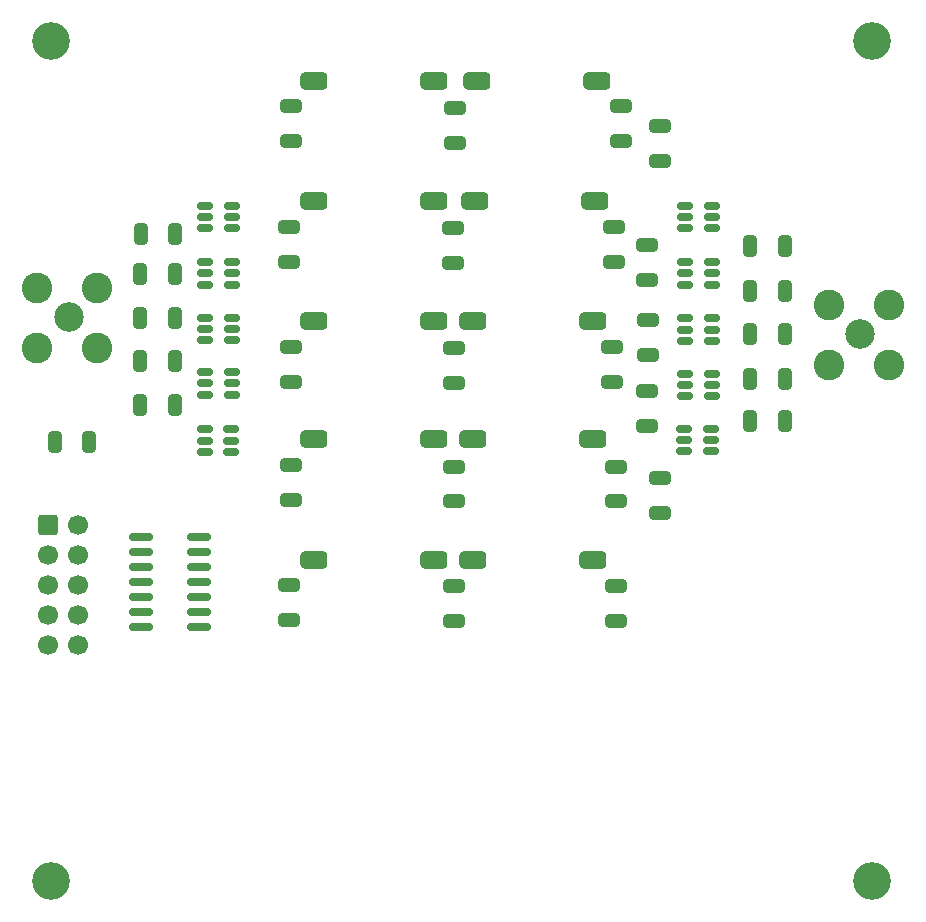
<source format=gts>
G04 #@! TF.GenerationSoftware,KiCad,Pcbnew,8.0.2*
G04 #@! TF.CreationDate,2024-05-05T06:41:10-04:00*
G04 #@! TF.ProjectId,sdt_lpf,7364745f-6c70-4662-9e6b-696361645f70,rev?*
G04 #@! TF.SameCoordinates,PX62de0f0PY8af5bb0*
G04 #@! TF.FileFunction,Soldermask,Top*
G04 #@! TF.FilePolarity,Negative*
%FSLAX46Y46*%
G04 Gerber Fmt 4.6, Leading zero omitted, Abs format (unit mm)*
G04 Created by KiCad (PCBNEW 8.0.2) date 2024-05-05 06:41:10*
%MOMM*%
%LPD*%
G01*
G04 APERTURE LIST*
G04 Aperture macros list*
%AMRoundRect*
0 Rectangle with rounded corners*
0 $1 Rounding radius*
0 $2 $3 $4 $5 $6 $7 $8 $9 X,Y pos of 4 corners*
0 Add a 4 corners polygon primitive as box body*
4,1,4,$2,$3,$4,$5,$6,$7,$8,$9,$2,$3,0*
0 Add four circle primitives for the rounded corners*
1,1,$1+$1,$2,$3*
1,1,$1+$1,$4,$5*
1,1,$1+$1,$6,$7*
1,1,$1+$1,$8,$9*
0 Add four rect primitives between the rounded corners*
20,1,$1+$1,$2,$3,$4,$5,0*
20,1,$1+$1,$4,$5,$6,$7,0*
20,1,$1+$1,$6,$7,$8,$9,0*
20,1,$1+$1,$8,$9,$2,$3,0*%
G04 Aperture macros list end*
%ADD10RoundRect,0.150000X0.512500X0.150000X-0.512500X0.150000X-0.512500X-0.150000X0.512500X-0.150000X0*%
%ADD11RoundRect,0.250000X-0.650000X0.325000X-0.650000X-0.325000X0.650000X-0.325000X0.650000X0.325000X0*%
%ADD12RoundRect,0.150000X-0.512500X-0.150000X0.512500X-0.150000X0.512500X0.150000X-0.512500X0.150000X0*%
%ADD13RoundRect,0.381000X-0.762000X-0.381000X0.762000X-0.381000X0.762000X0.381000X-0.762000X0.381000X0*%
%ADD14RoundRect,0.250000X0.325000X0.650000X-0.325000X0.650000X-0.325000X-0.650000X0.325000X-0.650000X0*%
%ADD15RoundRect,0.250000X-0.325000X-0.650000X0.325000X-0.650000X0.325000X0.650000X-0.325000X0.650000X0*%
%ADD16C,3.200000*%
%ADD17C,2.600000*%
%ADD18C,2.500000*%
%ADD19RoundRect,0.250000X-0.600000X-0.600000X0.600000X-0.600000X0.600000X0.600000X-0.600000X0.600000X0*%
%ADD20C,1.700000*%
%ADD21RoundRect,0.150000X-0.825000X-0.150000X0.825000X-0.150000X0.825000X0.150000X-0.825000X0.150000X0*%
%ADD22RoundRect,0.250000X0.650000X-0.325000X0.650000X0.325000X-0.650000X0.325000X-0.650000X-0.325000X0*%
G04 APERTURE END LIST*
D10*
X55900000Y55300000D03*
X55900000Y56250000D03*
X55900000Y57200000D03*
X53625000Y57200000D03*
X53625000Y56250000D03*
X53625000Y55300000D03*
D11*
X34020000Y55275000D03*
X34020000Y52325000D03*
D10*
X55950000Y50500000D03*
X55950000Y51450000D03*
X55950000Y52400000D03*
X53675000Y52400000D03*
X53675000Y51450000D03*
X53675000Y50500000D03*
D12*
X13000000Y43100000D03*
X13000000Y42150000D03*
X13000000Y41200000D03*
X15275000Y41200000D03*
X15275000Y42150000D03*
X15275000Y43100000D03*
D11*
X34200000Y65475000D03*
X34200000Y62525000D03*
D13*
X22278000Y27200000D03*
X32438000Y27200000D03*
X35900000Y57600000D03*
X46060000Y57600000D03*
D11*
X34100000Y35100000D03*
X34100000Y32150000D03*
X47800000Y24970000D03*
X47800000Y22020000D03*
D14*
X3225000Y37200000D03*
X275000Y37200000D03*
D15*
X59150000Y42500000D03*
X62100000Y42500000D03*
D16*
X-50000Y71150000D03*
D10*
X55950000Y45750000D03*
X55950000Y46700000D03*
X55950000Y47650000D03*
X53675000Y47650000D03*
X53675000Y46700000D03*
X53675000Y45750000D03*
D12*
X13000000Y47700000D03*
X13000000Y46750000D03*
X13000000Y45800000D03*
X15275000Y45800000D03*
X15275000Y46750000D03*
X15275000Y47700000D03*
D13*
X35724000Y27200000D03*
X45884000Y27200000D03*
D15*
X59150000Y50000000D03*
X62100000Y50000000D03*
D13*
X22220000Y57600000D03*
X32380000Y57600000D03*
D11*
X50450000Y53850000D03*
X50450000Y50900000D03*
X48200000Y65600000D03*
X48200000Y62650000D03*
D13*
X22278000Y37440000D03*
X32438000Y37440000D03*
D16*
X69500000Y71100000D03*
D11*
X20100000Y25075000D03*
X20100000Y22125000D03*
X34100000Y24970000D03*
X34100000Y22020000D03*
D15*
X7550000Y54800000D03*
X10500000Y54800000D03*
X7525000Y40300000D03*
X10475000Y40300000D03*
D17*
X-1180000Y50200000D03*
X-1180000Y45120000D03*
X3900000Y50200000D03*
X3900000Y45120000D03*
D18*
X1460000Y47735000D03*
D11*
X20300000Y35200000D03*
X20300000Y32250000D03*
D15*
X59125000Y53800000D03*
X62075000Y53800000D03*
X7525000Y44000000D03*
X10475000Y44000000D03*
D11*
X20300000Y65600000D03*
X20300000Y62650000D03*
X34100000Y45150000D03*
X34100000Y42200000D03*
X47650000Y55375000D03*
X47650000Y52425000D03*
D13*
X35724000Y37440000D03*
X45884000Y37440000D03*
D19*
X-250000Y30130000D03*
D20*
X2290000Y30130000D03*
X-250000Y27590000D03*
X2290000Y27590000D03*
X-250000Y25050000D03*
X2290000Y25050000D03*
X-250000Y22510000D03*
X2290000Y22510000D03*
X-250000Y19970000D03*
X2290000Y19970000D03*
D17*
X65800000Y48800000D03*
X65800000Y43720000D03*
X70880000Y48800000D03*
X70880000Y43720000D03*
D18*
X68440000Y46335000D03*
D10*
X55950000Y41050000D03*
X55950000Y42000000D03*
X55950000Y42950000D03*
X53675000Y42950000D03*
X53675000Y42000000D03*
X53675000Y41050000D03*
D21*
X7588800Y29150000D03*
X7588800Y27880000D03*
X7588800Y26610000D03*
X7588800Y25340000D03*
X7588800Y24070000D03*
X7588800Y22800000D03*
X7588800Y21530000D03*
X12538800Y21530000D03*
X12538800Y22800000D03*
X12538800Y24070000D03*
X12538800Y25340000D03*
X12538800Y26610000D03*
X12538800Y27880000D03*
X12538800Y29150000D03*
D12*
X13000000Y52400000D03*
X13000000Y51450000D03*
X13000000Y50500000D03*
X15275000Y50500000D03*
X15275000Y51450000D03*
X15275000Y52400000D03*
D11*
X51550000Y63900000D03*
X51550000Y60950000D03*
D13*
X22278000Y47450000D03*
X32438000Y47450000D03*
D16*
X69500000Y0D03*
D13*
X35724000Y47450000D03*
X45884000Y47450000D03*
D22*
X51500000Y31175000D03*
X51500000Y34125000D03*
D11*
X47500000Y45250000D03*
X47500000Y42300000D03*
X20300000Y45200000D03*
X20300000Y42250000D03*
D13*
X36000000Y67770000D03*
X46160000Y67770000D03*
X22278000Y67770000D03*
X32438000Y67770000D03*
D11*
X20100000Y55400000D03*
X20100000Y52450000D03*
D16*
X0Y0D03*
D11*
X47800000Y35100000D03*
X47800000Y32150000D03*
D12*
X12975000Y38250000D03*
X12975000Y37300000D03*
X12975000Y36350000D03*
X15250000Y36350000D03*
X15250000Y37300000D03*
X15250000Y38250000D03*
D15*
X7525000Y51400000D03*
X10475000Y51400000D03*
X59125000Y39000000D03*
X62075000Y39000000D03*
D22*
X50500000Y44575000D03*
X50500000Y47525000D03*
D15*
X59150000Y46300000D03*
X62100000Y46300000D03*
D10*
X55875000Y36400000D03*
X55875000Y37350000D03*
X55875000Y38300000D03*
X53600000Y38300000D03*
X53600000Y37350000D03*
X53600000Y36400000D03*
D22*
X50400000Y38525000D03*
X50400000Y41475000D03*
D12*
X13000000Y57200000D03*
X13000000Y56250000D03*
X13000000Y55300000D03*
X15275000Y55300000D03*
X15275000Y56250000D03*
X15275000Y57200000D03*
D15*
X7525000Y47700000D03*
X10475000Y47700000D03*
M02*

</source>
